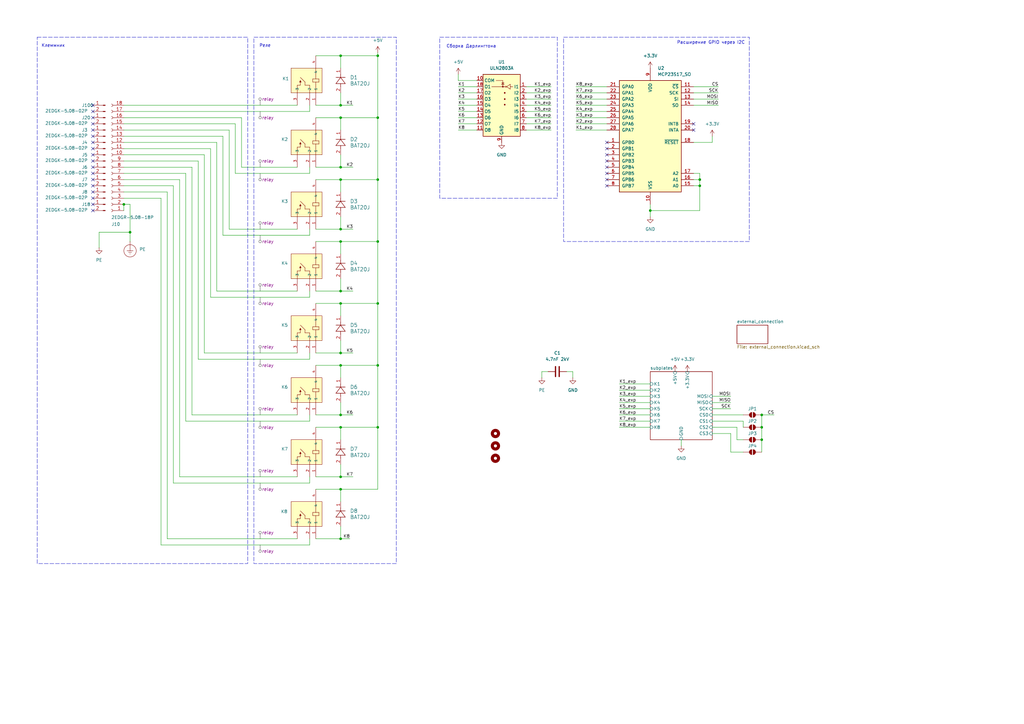
<source format=kicad_sch>
(kicad_sch (version 20231120) (generator "eeschema") (generator_version "8.0")
  (paper "A3")
  (title_block (title "${article} v${version}") (date "2024-05-29") (comment 2 "Konstantin"))
  (junction (at 287.02 73.66))
  (junction (at 154.94 175.26))
  (junction (at 266.7 86.36))
  (junction (at 154.94 149.86))
  (junction (at 139.7 68.58))
  (junction (at 139.7 170.18))
  (junction (at 154.94 99.06))
  (junction (at 139.7 119.38))
  (junction (at 53.34 95.25))
  (junction (at 154.94 73.66))
  (junction (at 287.02 76.2))
  (junction (at 139.7 144.78))
  (junction (at 139.7 124.46))
  (junction (at 312.42 180.34))
  (junction (at 139.7 149.86))
  (junction (at 50.8 83.82))
  (junction (at 139.7 73.66))
  (junction (at 139.7 43.18))
  (junction (at 154.94 48.26))
  (junction (at 312.42 170.18))
  (junction (at 139.7 48.26))
  (junction (at 312.42 175.26))
  (junction (at 139.7 220.98))
  (junction (at 154.94 22.86))
  (junction (at 139.7 93.98))
  (junction (at 139.7 99.06))
  (junction (at 139.7 22.86))
  (junction (at 139.7 175.26))
  (junction (at 139.7 200.66))
  (junction (at 139.7 195.58))
  (junction (at 154.94 124.46))
  (no_connect (at 248.92 76.2))
  (no_connect (at 38.1 63.5))
  (no_connect (at 38.1 83.82))
  (no_connect (at 38.1 73.66))
  (no_connect (at 284.48 50.8))
  (no_connect (at 284.48 53.34))
  (no_connect (at 38.1 55.88))
  (no_connect (at 38.1 76.2))
  (no_connect (at 248.92 71.12))
  (no_connect (at 248.92 66.04))
  (no_connect (at 248.92 68.58))
  (no_connect (at 248.92 73.66))
  (no_connect (at 38.1 86.36))
  (no_connect (at 38.1 53.34))
  (no_connect (at 38.1 68.58))
  (no_connect (at 38.1 81.28))
  (no_connect (at 38.1 71.12))
  (no_connect (at 38.1 50.8))
  (no_connect (at 38.1 60.96))
  (no_connect (at 38.1 45.72))
  (no_connect (at 248.92 63.5))
  (no_connect (at 248.92 58.42))
  (no_connect (at 248.92 60.96))
  (no_connect (at 38.1 48.26))
  (no_connect (at 38.1 66.04))
  (no_connect (at 38.1 78.74))
  (no_connect (at 38.1 43.18))
  (no_connect (at 38.1 58.42))
  (wire (pts (xy 139.7 38.1) (xy 139.7 43.18)))
  (wire (pts (xy 287.02 76.2) (xy 284.48 76.2)))
  (wire (pts (xy 236.22 53.34) (xy 248.92 53.34)))
  (wire (pts (xy 236.22 43.18) (xy 248.92 43.18)))
  (wire (pts (xy 127 121.92) (xy 127 119.38)))
  (wire (pts (xy 129.54 124.46) (xy 139.7 124.46)))
  (wire (pts (xy 139.7 165.1) (xy 139.7 170.18)))
  (wire (pts (xy 40.64 95.25) (xy 53.34 95.25)))
  (wire (pts (xy 292.1 177.8) (xy 299.72 177.8)))
  (wire (pts (xy 40.64 101.6) (xy 40.64 95.25)))
  (wire (pts (xy 234.95 154.94) (xy 234.95 152.4)))
  (wire (pts (xy 50.8 53.34) (xy 93.98 53.34)))
  (wire (pts (xy 266.7 86.36) (xy 287.02 86.36)))
  (wire (pts (xy 292.1 167.64) (xy 299.72 167.64)))
  (wire (pts (xy 236.22 38.1) (xy 248.92 38.1)))
  (wire (pts (xy 139.7 93.98) (xy 144.78 93.98)))
  (wire (pts (xy 93.98 93.98) (xy 93.98 53.34)))
  (wire (pts (xy 299.72 185.42) (xy 304.8 185.42)))
  (wire (pts (xy 53.34 83.82) (xy 50.8 83.82)))
  (wire (pts (xy 154.94 99.06) (xy 154.94 73.66)))
  (wire (pts (xy 284.48 35.56) (xy 294.64 35.56)))
  (wire (pts (xy 139.7 144.78) (xy 144.78 144.78)))
  (wire (pts (xy 154.94 149.86) (xy 154.94 175.26)))
  (wire (pts (xy 127 198.12) (xy 127 195.58)))
  (wire (pts (xy 304.8 172.72) (xy 304.8 175.26)))
  (wire (pts (xy 88.9 119.38) (xy 121.92 119.38)))
  (wire (pts (xy 139.7 200.66) (xy 154.94 200.66)))
  (wire (pts (xy 292.1 170.18) (xy 304.8 170.18)))
  (wire (pts (xy 254 157.48) (xy 266.7 157.48)))
  (wire (pts (xy 187.96 33.02) (xy 187.96 30.48)))
  (wire (pts (xy 129.54 68.58) (xy 139.7 68.58)))
  (wire (pts (xy 154.94 22.86) (xy 154.94 48.26)))
  (wire (pts (xy 50.8 68.58) (xy 78.74 68.58)))
  (wire (pts (xy 215.9 40.64) (xy 226.06 40.64)))
  (wire (pts (xy 99.06 48.26) (xy 99.06 68.58)))
  (wire (pts (xy 139.7 22.86) (xy 154.94 22.86)))
  (wire (pts (xy 139.7 175.26) (xy 139.7 180.34)))
  (wire (pts (xy 266.7 83.82) (xy 266.7 86.36)))
  (wire (pts (xy 284.48 38.1) (xy 294.64 38.1)))
  (wire (pts (xy 50.8 43.18) (xy 121.92 43.18)))
  (wire (pts (xy 121.92 68.58) (xy 99.06 68.58)))
  (wire (pts (xy 50.8 45.72) (xy 127 45.72)))
  (wire (pts (xy 86.36 60.96) (xy 86.36 121.92)))
  (wire (pts (xy 254 162.56) (xy 266.7 162.56)))
  (wire (pts (xy 187.96 50.8) (xy 195.58 50.8)))
  (wire (pts (xy 139.7 124.46) (xy 154.94 124.46)))
  (wire (pts (xy 50.8 66.04) (xy 81.28 66.04)))
  (wire (pts (xy 224.79 152.4) (xy 222.25 152.4)))
  (wire (pts (xy 139.7 124.46) (xy 139.7 129.54)))
  (wire (pts (xy 78.74 170.18) (xy 121.92 170.18)))
  (wire (pts (xy 292.1 162.56) (xy 299.72 162.56)))
  (wire (pts (xy 66.04 223.52) (xy 66.04 81.28)))
  (wire (pts (xy 93.98 93.98) (xy 121.92 93.98)))
  (wire (pts (xy 139.7 114.3) (xy 139.7 119.38)))
  (wire (pts (xy 139.7 190.5) (xy 139.7 195.58)))
  (wire (pts (xy 215.9 35.56) (xy 226.06 35.56)))
  (wire (pts (xy 292.1 55.88) (xy 292.1 58.42)))
  (wire (pts (xy 127 93.98) (xy 127 96.52)))
  (wire (pts (xy 139.7 68.58) (xy 144.78 68.58)))
  (wire (pts (xy 215.9 53.34) (xy 226.06 53.34)))
  (wire (pts (xy 187.96 53.34) (xy 195.58 53.34)))
  (wire (pts (xy 83.82 144.78) (xy 121.92 144.78)))
  (wire (pts (xy 129.54 170.18) (xy 139.7 170.18)))
  (wire (pts (xy 195.58 33.02) (xy 187.96 33.02)))
  (wire (pts (xy 304.8 180.34) (xy 302.26 180.34)))
  (wire (pts (xy 187.96 38.1) (xy 195.58 38.1)))
  (wire (pts (xy 139.7 22.86) (xy 139.7 27.94)))
  (wire (pts (xy 86.36 121.92) (xy 127 121.92)))
  (wire (pts (xy 236.22 40.64) (xy 248.92 40.64)))
  (wire (pts (xy 139.7 119.38) (xy 144.78 119.38)))
  (wire (pts (xy 73.66 73.66) (xy 73.66 195.58)))
  (wire (pts (xy 236.22 35.56) (xy 248.92 35.56)))
  (wire (pts (xy 236.22 50.8) (xy 248.92 50.8)))
  (wire (pts (xy 139.7 220.98) (xy 143.51 220.98)))
  (wire (pts (xy 139.7 48.26) (xy 139.7 53.34)))
  (wire (pts (xy 302.26 180.34) (xy 302.26 175.26)))
  (wire (pts (xy 96.52 50.8) (xy 96.52 71.12)))
  (wire (pts (xy 139.7 73.66) (xy 139.7 78.74)))
  (wire (pts (xy 50.8 58.42) (xy 88.9 58.42)))
  (wire (pts (xy 127 172.72) (xy 127 170.18)))
  (wire (pts (xy 187.96 48.26) (xy 195.58 48.26)))
  (wire (pts (xy 68.58 220.98) (xy 68.58 78.74)))
  (wire (pts (xy 139.7 175.26) (xy 154.94 175.26)))
  (wire (pts (xy 292.1 58.42) (xy 284.48 58.42)))
  (wire (pts (xy 71.12 76.2) (xy 50.8 76.2)))
  (wire (pts (xy 292.1 165.1) (xy 299.72 165.1)))
  (wire (pts (xy 88.9 119.38) (xy 88.9 58.42)))
  (wire (pts (xy 154.94 124.46) (xy 154.94 99.06)))
  (wire (pts (xy 222.25 152.4) (xy 222.25 154.94)))
  (wire (pts (xy 284.48 40.64) (xy 294.64 40.64)))
  (wire (pts (xy 129.54 200.66) (xy 139.7 200.66)))
  (wire (pts (xy 284.48 71.12) (xy 287.02 71.12)))
  (wire (pts (xy 236.22 48.26) (xy 248.92 48.26)))
  (wire (pts (xy 50.8 73.66) (xy 73.66 73.66)))
  (wire (pts (xy 254 175.26) (xy 266.7 175.26)))
  (wire (pts (xy 139.7 43.18) (xy 144.78 43.18)))
  (wire (pts (xy 129.54 43.18) (xy 139.7 43.18)))
  (wire (pts (xy 81.28 147.32) (xy 127 147.32)))
  (wire (pts (xy 292.1 172.72) (xy 304.8 172.72)))
  (wire (pts (xy 312.42 180.34) (xy 312.42 185.42)))
  (wire (pts (xy 139.7 215.9) (xy 139.7 220.98)))
  (wire (pts (xy 254 172.72) (xy 266.7 172.72)))
  (wire (pts (xy 91.44 55.88) (xy 91.44 96.52)))
  (wire (pts (xy 129.54 22.86) (xy 139.7 22.86)))
  (wire (pts (xy 129.54 48.26) (xy 139.7 48.26)))
  (wire (pts (xy 78.74 68.58) (xy 78.74 170.18)))
  (wire (pts (xy 284.48 43.18) (xy 294.64 43.18)))
  (wire (pts (xy 154.94 175.26) (xy 154.94 200.66)))
  (wire (pts (xy 187.96 40.64) (xy 195.58 40.64)))
  (wire (pts (xy 139.7 149.86) (xy 139.7 154.94)))
  (wire (pts (xy 254 170.18) (xy 266.7 170.18)))
  (wire (pts (xy 187.96 43.18) (xy 195.58 43.18)))
  (wire (pts (xy 234.95 152.4) (xy 232.41 152.4)))
  (wire (pts (xy 154.94 21.59) (xy 154.94 22.86)))
  (wire (pts (xy 139.7 195.58) (xy 144.78 195.58)))
  (wire (pts (xy 215.9 38.1) (xy 226.06 38.1)))
  (wire (pts (xy 279.4 180.34) (xy 279.4 182.88)))
  (wire (pts (xy 187.96 45.72) (xy 195.58 45.72)))
  (wire (pts (xy 129.54 99.06) (xy 139.7 99.06)))
  (wire (pts (xy 215.9 50.8) (xy 226.06 50.8)))
  (wire (pts (xy 127 43.18) (xy 127 45.72)))
  (wire (pts (xy 129.54 73.66) (xy 139.7 73.66)))
  (wire (pts (xy 50.8 50.8) (xy 96.52 50.8)))
  (wire (pts (xy 312.42 170.18) (xy 317.5 170.18)))
  (wire (pts (xy 299.72 177.8) (xy 299.72 185.42)))
  (wire (pts (xy 139.7 99.06) (xy 139.7 104.14)))
  (wire (pts (xy 287.02 73.66) (xy 287.02 76.2)))
  (wire (pts (xy 266.7 88.9) (xy 266.7 86.36)))
  (wire (pts (xy 312.42 170.18) (xy 312.42 175.26)))
  (wire (pts (xy 215.9 43.18) (xy 226.06 43.18)))
  (wire (pts (xy 76.2 71.12) (xy 50.8 71.12)))
  (wire (pts (xy 139.7 99.06) (xy 154.94 99.06)))
  (wire (pts (xy 91.44 96.52) (xy 127 96.52)))
  (wire (pts (xy 83.82 63.5) (xy 50.8 63.5)))
  (wire (pts (xy 254 165.1) (xy 266.7 165.1)))
  (wire (pts (xy 302.26 175.26) (xy 292.1 175.26)))
  (wire (pts (xy 53.34 95.25) (xy 53.34 99.06)))
  (wire (pts (xy 68.58 220.98) (xy 121.92 220.98)))
  (wire (pts (xy 83.82 144.78) (xy 83.82 63.5)))
  (wire (pts (xy 81.28 66.04) (xy 81.28 147.32)))
  (wire (pts (xy 73.66 195.58) (xy 121.92 195.58)))
  (wire (pts (xy 96.52 71.12) (xy 127 71.12)))
  (wire (pts (xy 139.7 63.5) (xy 139.7 68.58)))
  (wire (pts (xy 139.7 170.18) (xy 144.78 170.18)))
  (wire (pts (xy 287.02 71.12) (xy 287.02 73.66)))
  (wire (pts (xy 50.8 60.96) (xy 86.36 60.96)))
  (wire (pts (xy 50.8 78.74) (xy 68.58 78.74)))
  (wire (pts (xy 139.7 200.66) (xy 139.7 205.74)))
  (wire (pts (xy 50.8 81.28) (xy 66.04 81.28)))
  (wire (pts (xy 154.94 48.26) (xy 154.94 73.66)))
  (wire (pts (xy 127 68.58) (xy 127 71.12)))
  (wire (pts (xy 129.54 149.86) (xy 139.7 149.86)))
  (wire (pts (xy 139.7 48.26) (xy 154.94 48.26)))
  (wire (pts (xy 129.54 144.78) (xy 139.7 144.78)))
  (wire (pts (xy 287.02 76.2) (xy 287.02 86.36)))
  (wire (pts (xy 53.34 95.25) (xy 53.34 83.82)))
  (wire (pts (xy 71.12 198.12) (xy 127 198.12)))
  (wire (pts (xy 129.54 220.98) (xy 139.7 220.98)))
  (wire (pts (xy 139.7 139.7) (xy 139.7 144.78)))
  (wire (pts (xy 236.22 45.72) (xy 248.92 45.72)))
  (wire (pts (xy 154.94 124.46) (xy 154.94 149.86)))
  (wire (pts (xy 71.12 198.12) (xy 71.12 76.2)))
  (wire (pts (xy 139.7 73.66) (xy 154.94 73.66)))
  (wire (pts (xy 129.54 175.26) (xy 139.7 175.26)))
  (wire (pts (xy 254 160.02) (xy 266.7 160.02)))
  (wire (pts (xy 215.9 48.26) (xy 226.06 48.26)))
  (wire (pts (xy 139.7 149.86) (xy 154.94 149.86)))
  (wire (pts (xy 187.96 35.56) (xy 195.58 35.56)))
  (wire (pts (xy 215.9 45.72) (xy 226.06 45.72)))
  (wire (pts (xy 284.48 73.66) (xy 287.02 73.66)))
  (wire (pts (xy 312.42 175.26) (xy 312.42 180.34)))
  (wire (pts (xy 127 144.78) (xy 127 147.32)))
  (wire (pts (xy 66.04 223.52) (xy 127 223.52)))
  (wire (pts (xy 76.2 172.72) (xy 127 172.72)))
  (wire (pts (xy 50.8 55.88) (xy 91.44 55.88)))
  (wire (pts (xy 129.54 195.58) (xy 139.7 195.58)))
  (wire (pts (xy 254 167.64) (xy 266.7 167.64)))
  (wire (pts (xy 129.54 93.98) (xy 139.7 93.98)))
  (wire (pts (xy 139.7 88.9) (xy 139.7 93.98)))
  (wire (pts (xy 129.54 119.38) (xy 139.7 119.38)))
  (wire (pts (xy 99.06 48.26) (xy 50.8 48.26)))
  (wire (pts (xy 76.2 172.72) (xy 76.2 71.12)))
  (wire (pts (xy 127 223.52) (xy 127 220.98)))
  (wire (pts (xy 50.8 83.82) (xy 50.8 86.36)))
  (rectangle (start 231.14 15.24) (end 307.34 99.06) (stroke (width 0) (type dash)))
  (rectangle (start 104.14 15.24) (end 162.56 231.14) (stroke (width 0) (type dash)))
  (rectangle (start 15.24 15.24) (end 101.6 231.14) (stroke (width 0) (type dash)))
  (rectangle (start 180.34 15.24) (end 228.6 81.28) (stroke (width 0) (type dash)))
  (text "Расширение GPIO через I2C" (at 291.592 17.526 0) (effects (font (size 1.27 1.27))))
  (text "Реле" (at 108.712 18.796 0) (effects (font (size 1.27 1.27))))
  (text "Сборка Дарлингтона" (at 193.294 19.05 0) (effects (font (size 1.27 1.27))))
  (text "Клеммник" (at 21.844 18.796 0) (effects (font (size 1.27 1.27))))
  (label "K4_exp" (at 254 165.1 0))
  (label "K7_exp" (at 254 172.72 0))
  (label "K6_exp" (at 236.22 40.64 0))
  (label "MISO" (at 294.64 43.18 180))
  (label "K8_exp" (at 254 175.26 0))
  (label "K5_exp" (at 236.22 43.18 0))
  (label "K4_exp" (at 226.06 43.18 180))
  (label "K2_exp" (at 236.22 50.8 0))
  (label "K2" (at 144.78 68.58 180))
  (label "K3_exp" (at 226.06 40.64 180))
  (label "K4" (at 144.78 119.38 180))
  (label "K3" (at 144.78 93.98 180))
  (label "K1" (at 187.96 35.56 0))
  (label "SCK" (at 299.72 167.64 180))
  (label "K2_exp" (at 254 160.02 0))
  (label "CS" (at 317.5 170.18 180))
  (label "K1_exp" (at 254 157.48 0))
  (label "K8_exp" (at 226.06 53.34 180))
  (label "K2_exp" (at 226.06 38.1 180))
  (label "K7_exp" (at 236.22 38.1 0))
  (label "K3_exp" (at 254 162.56 0))
  (label "K5_exp" (at 254 167.64 0))
  (label "MISO" (at 299.72 165.1 180))
  (label "K8" (at 143.51 220.98 180))
  (label "K2" (at 187.96 38.1 0))
  (label "K4_exp" (at 236.22 45.72 0))
  (label "K7" (at 187.96 50.8 0))
  (label "K3_exp" (at 236.22 48.26 0))
  (label "K1_exp" (at 236.22 53.34 0))
  (label "SCK" (at 294.64 38.1 180))
  (label "K6" (at 187.96 48.26 0))
  (label "MOSI" (at 299.72 162.56 180))
  (label "K6_exp" (at 254 170.18 0))
  (label "K6" (at 144.78 170.18 180))
  (label "K1" (at 144.78 43.18 180))
  (label "K8" (at 187.96 53.34 0))
  (label "K5" (at 187.96 45.72 0))
  (label "K3" (at 187.96 40.64 0))
  (label "K6_exp" (at 226.06 48.26 180))
  (label "K5" (at 144.78 144.78 180))
  (label "K7_exp" (at 226.06 50.8 180))
  (label "K4" (at 187.96 43.18 0))
  (label "CS" (at 294.64 35.56 180))
  (label "K7" (at 144.78 195.58 180))
  (label "MOSI" (at 294.64 40.64 180))
  (label "K1_exp" (at 226.06 35.56 180))
  (label "K5_exp" (at 226.06 45.72 180))
  (label "K8_exp" (at 236.22 35.56 0))
  (netclass_flag "" (length 2.54) (shape round) (at 106.68 147.32 180) (property "Netclass" "relay" (at 107.3785 149.86 0) (effects (font (italic yes)) (justify left))))
  (netclass_flag "" (length 2.54) (shape round) (at 106.68 144.78 0) (property "Netclass" "relay" (at 107.3785 142.24 0) (effects (font (italic yes)) (justify left))))
  (netclass_flag "" (length 2.54) (shape round) (at 106.68 43.18 0) (property "Netclass" "relay" (at 107.3785 40.64 0) (effects (font (italic yes)) (justify left))))
  (netclass_flag "" (length 2.54) (shape round) (at 106.68 45.72 180) (property "Netclass" "relay" (at 107.3785 48.26 0) (effects (font (italic yes)) (justify left))))
  (netclass_flag "" (length 2.54) (shape round) (at 106.68 195.58 0) (property "Netclass" "relay" (at 107.3785 193.04 0) (effects (font (italic yes)) (justify left))))
  (netclass_flag "" (length 2.54) (shape round) (at 106.68 170.18 0) (property "Netclass" "relay" (at 107.3785 167.64 0) (effects (font (italic yes)) (justify left))))
  (netclass_flag "" (length 2.54) (shape round) (at 106.68 198.12 180) (property "Netclass" "relay" (at 107.3785 200.66 0) (effects (font (italic yes)) (justify left))))
  (netclass_flag "" (length 2.54) (shape round) (at 106.68 68.58 0) (property "Netclass" "relay" (at 107.3785 66.04 0) (effects (font (italic yes)) (justify left))))
  (netclass_flag "" (length 2.54) (shape round) (at 106.68 121.92 180) (property "Netclass" "relay" (at 107.3785 124.46 0) (effects (font (italic yes)) (justify left))))
  (netclass_flag "" (length 2.54) (shape round) (at 106.68 220.98 0) (property "Netclass" "relay" (at 107.3785 218.44 0) (effects (font (italic yes)) (justify left))))
  (netclass_flag "" (length 2.54) (shape round) (at 106.68 93.98 0) (property "Netclass" "relay" (at 107.3785 91.44 0) (effects (font (italic yes)) (justify left))))
  (netclass_flag "" (length 2.54) (shape round) (at 106.68 96.52 180) (property "Netclass" "relay" (at 107.3785 99.06 0) (effects (font (italic yes)) (justify left))))
  (netclass_flag "" (length 2.54) (shape round) (at 106.68 172.72 180) (property "Netclass" "relay" (at 107.3785 175.26 0) (effects (font (italic yes)) (justify left))))
  (netclass_flag "" (length 2.54) (shape round) (at 106.68 119.38 0) (property "Netclass" "relay" (at 107.3785 116.84 0) (effects (font (italic yes)) (justify left))))
  (netclass_flag "" (length 2.54) (shape round) (at 106.68 223.52 180) (property "Netclass" "relay" (at 107.3785 226.06 0) (effects (font (italic yes)) (justify left))))
  (netclass_flag "" (length 2.54) (shape round) (at 106.68 71.12 180) (property "Netclass" "relay" (at 107.3785 73.66 0) (effects (font (italic yes)) (justify left))))
  (symbol (lib_id "kicad_inventree_lib:PE") (at 53.34 99.06 0) (unit 1) (in_bom no)
    (property "Reference" "PE1" (effects (hide yes)))
    (property "Value" "PE" (at 57.15 102.2349 0) (effects (justify left)))
    (property "Footprint" "kicad_inventree_lib:PE" (effects (hide yes)))
    (property "Description" "Power symbol creates a global label with name \"Earth_Protective\"" (effects (hide yes)))
  )
  (symbol (lib_id "kicad_inventree_lib:MountingHole_M3") (at 203.2 182.88 0) (unit 1) (exclude_from_sim yes) (in_bom no)
    (property "Reference" "H2" (effects (hide yes)))
    (property "Value" "MountingHole_M3" (effects (hide yes)))
    (property "Footprint" "kicad_inventree_lib:MountingHole_M3" (effects (hide yes)))
    (property "Description" "Mounting Hole without connection" (effects (hide yes)))
  )
  (symbol (lib_id "kicad_inventree_lib:BAT20J") (at 139.7 63.5 90) (unit 1)
    (property "Reference" "D2" (at 143.51 57.1499 90) (effects (font (size 1.524 1.524)) (justify right)))
    (property "Value" "BAT20J" (at 143.51 59.6899 90) (effects (font (size 1.524 1.524)) (justify right)))
    (property "Footprint" "kicad_inventree_lib:SOD-323_STM-M" (effects (hide yes)))
    (property "Datasheet" "http://inventree.network/part/133/" (effects (hide yes)))
    (property "part_ipn" "BAT20J" (effects (hide yes)))
  )
  (symbol (lib_id "kicad_inventree_lib:G5NB-1A-E-DC5") (at 129.54 147.32 270) (mirror x) (unit 1)
    (property "Reference" "K5" (at 118.11 133.3499 90) (effects (justify right)))
    (property "Value" "G5NB-1A-E-DC5" (effects (hide yes)))
    (property "Footprint" "kicad_inventree_lib:G5NB-1A-E_DC12_RELAY_G5NB-1A_DC5_OMR" (effects (hide yes)))
    (property "Datasheet" "http://inventree.network/part/14/" (effects (hide yes)))
    (property "MF" "Omron Electronics Inc-EMC Div" (effects (hide yes)))
    (property "Description_1" "\nPower PCB Relay, 3A/5A, SPST-NO, 12 VDC, G5NB Series | Omron Electronic Components G5NB-1A-E DC12\n" (effects (hide yes)))
    (property "COPYRIGHT" "Copyright (C) 2023 Ultra Librarian. All rights reserved." (effects (hide yes)))
    (property "Package" "None" (effects (hide yes)))
    (property "Price" "None" (effects (hide yes)))
    (property "Check_prices" "https://www.snapeda.com/parts/G5NB-1A-E%20DC12/Omron+Electronics+Inc-EMC+Div/view-part/?ref=eda" (effects (hide yes)))
    (property "Availability" "In Stock" (effects (hide yes)))
    (property "SnapEDA_Link" "https://www.snapeda.com/parts/G5NB-1A-E%20DC12/Omron+Electronics+Inc-EMC+Div/view-part/?ref=snap" (effects (hide yes)))
    (property "MP" "G5NB-1A-E DC12" (effects (hide yes)))
    (property "Purchase-URL" "https://www.snapeda.com/api/url_track_click_mouser/?unipart_id=3078279&manufacturer=Omron Electronics Inc-EMC Div&part_name=G5NB-1A-E DC12&search_term=g5nb" (effects (hide yes)))
    (property "MFR_NAME" "Omron" (effects (hide yes)))
    (property "MANUFACTURER_PART_NUMBER" "G5NB-1A-E DC12" (effects (hide yes)))
    (property "NextPCB_url" "https://www.hqonline.com/product-detail/oumulong-omron--g5nb-1a-e-5vdc-1025587015" (effects (hide yes)))
    (property "NextPCB_price" "0.88519" (effects (hide yes)))
    (property "part_ipn" "G5NB-1A-E-DC5" (effects (hide yes)))
  )
  (symbol (lib_id "kicad_inventree_lib:G5NB-1A-E-DC5") (at 129.54 96.52 270) (mirror x) (unit 1)
    (property "Reference" "K3" (at 118.11 82.5499 90) (effects (justify right)))
    (property "Value" "G5NB-1A-E-DC5" (effects (hide yes)))
    (property "Footprint" "kicad_inventree_lib:G5NB-1A-E_DC12_RELAY_G5NB-1A_DC5_OMR" (effects (hide yes)))
    (property "Datasheet" "http://inventree.network/part/14/" (effects (hide yes)))
    (property "MF" "Omron Electronics Inc-EMC Div" (effects (hide yes)))
    (property "Description_1" "\nPower PCB Relay, 3A/5A, SPST-NO, 12 VDC, G5NB Series | Omron Electronic Components G5NB-1A-E DC12\n" (effects (hide yes)))
    (property "COPYRIGHT" "Copyright (C) 2023 Ultra Librarian. All rights reserved." (effects (hide yes)))
    (property "Package" "None" (effects (hide yes)))
    (property "Price" "None" (effects (hide yes)))
    (property "Check_prices" "https://www.snapeda.com/parts/G5NB-1A-E%20DC12/Omron+Electronics+Inc-EMC+Div/view-part/?ref=eda" (effects (hide yes)))
    (property "Availability" "In Stock" (effects (hide yes)))
    (property "SnapEDA_Link" "https://www.snapeda.com/parts/G5NB-1A-E%20DC12/Omron+Electronics+Inc-EMC+Div/view-part/?ref=snap" (effects (hide yes)))
    (property "MP" "G5NB-1A-E DC12" (effects (hide yes)))
    (property "Purchase-URL" "https://www.snapeda.com/api/url_track_click_mouser/?unipart_id=3078279&manufacturer=Omron Electronics Inc-EMC Div&part_name=G5NB-1A-E DC12&search_term=g5nb" (effects (hide yes)))
    (property "MFR_NAME" "Omron" (effects (hide yes)))
    (property "MANUFACTURER_PART_NUMBER" "G5NB-1A-E DC12" (effects (hide yes)))
    (property "NextPCB_url" "https://www.hqonline.com/product-detail/oumulong-omron--g5nb-1a-e-5vdc-1025587015" (effects (hide yes)))
    (property "NextPCB_price" "0.88519" (effects (hide yes)))
    (property "part_ipn" "G5NB-1A-E-DC5" (effects (hide yes)))
  )
  (symbol (lib_id "kicad_inventree_lib:G5NB-1A-E-DC5") (at 129.54 223.52 270) (mirror x) (unit 1)
    (property "Reference" "K8" (at 116.586 209.804 90))
    (property "Value" "G5NB-1A-E-DC5" (effects (hide yes)))
    (property "Footprint" "kicad_inventree_lib:G5NB-1A-E_DC12_RELAY_G5NB-1A_DC5_OMR" (effects (hide yes)))
    (property "Datasheet" "http://inventree.network/part/14/" (effects (hide yes)))
    (property "MF" "Omron Electronics Inc-EMC Div" (effects (hide yes)))
    (property "Description_1" "\nPower PCB Relay, 3A/5A, SPST-NO, 12 VDC, G5NB Series | Omron Electronic Components G5NB-1A-E DC12\n" (effects (hide yes)))
    (property "COPYRIGHT" "Copyright (C) 2023 Ultra Librarian. All rights reserved." (effects (hide yes)))
    (property "Package" "None" (effects (hide yes)))
    (property "Price" "None" (effects (hide yes)))
    (property "Check_prices" "https://www.snapeda.com/parts/G5NB-1A-E%20DC12/Omron+Electronics+Inc-EMC+Div/view-part/?ref=eda" (effects (hide yes)))
    (property "Availability" "In Stock" (effects (hide yes)))
    (property "SnapEDA_Link" "https://www.snapeda.com/parts/G5NB-1A-E%20DC12/Omron+Electronics+Inc-EMC+Div/view-part/?ref=snap" (effects (hide yes)))
    (property "MP" "G5NB-1A-E DC12" (effects (hide yes)))
    (property "Purchase-URL" "https://www.snapeda.com/api/url_track_click_mouser/?unipart_id=3078279&manufacturer=Omron Electronics Inc-EMC Div&part_name=G5NB-1A-E DC12&search_term=g5nb" (effects (hide yes)))
    (property "MFR_NAME" "Omron" (effects (hide yes)))
    (property "MANUFACTURER_PART_NUMBER" "G5NB-1A-E DC12" (effects (hide yes)))
    (property "NextPCB_url" "https://www.hqonline.com/product-detail/oumulong-omron--g5nb-1a-e-5vdc-1025587015" (effects (hide yes)))
    (property "NextPCB_price" "0.88519" (effects (hide yes)))
    (property "part_ipn" "G5NB-1A-E-DC5" (effects (hide yes)))
  )
  (symbol (lib_id "kicad_inventree_lib:Degson_2EDGK-5.08-02P") (at 38.1 68.58 0) (mirror y) (unit 1) (on_board no)
    (property "Reference" "J6" (at 33.528 68.58 0) (effects (justify right)))
    (property "Value" "2EDGK-5.08-02P" (at 18.542 70.866 0) (effects (justify right)))
    (property "Datasheet" "http://inventree.network/part/18/" (effects (hide yes)))
    (property "Description" "Generic connector, single row, 01x02, script generated" (effects (hide yes)))
    (property "NextPCB_url" "https://www.hqonline.com/product-detail/max-maixu--mx2edgk-5-08-02p-gn01-cu-y-a-1027943030" (effects (hide yes)))
    (property "NextPCB_price" "0.11828" (effects (hide yes)))
    (property "part_ipn" "2EDGK-5.08-02P" (effects (hide yes)))
  )
  (symbol (lib_id "kicad_inventree_lib:BAT20J") (at 139.7 165.1 90) (unit 1)
    (property "Reference" "D6" (at 143.51 158.7499 90) (effects (font (size 1.524 1.524)) (justify right)))
    (property "Value" "BAT20J" (at 143.51 161.2899 90) (effects (font (size 1.524 1.524)) (justify right)))
    (property "Footprint" "kicad_inventree_lib:SOD-323_STM-M" (effects (hide yes)))
    (property "Datasheet" "http://inventree.network/part/133/" (effects (hide yes)))
    (property "part_ipn" "BAT20J" (effects (hide yes)))
  )
  (symbol (lib_id "kicad_inventree_lib:Degson_2EDGK-5.08-02P") (at 38.1 48.26 0) (mirror y) (unit 1) (on_board no)
    (property "Reference" "J20" (at 33.528 48.26 0) (effects (justify right)))
    (property "Value" "2EDGK-5.08-02P" (at 18.542 50.546 0) (effects (justify right)))
    (property "Datasheet" "http://inventree.network/part/18/" (effects (hide yes)))
    (property "Description" "Generic connector, single row, 01x02, script generated" (effects (hide yes)))
    (property "NextPCB_url" "https://www.hqonline.com/product-detail/max-maixu--mx2edgk-5-08-02p-gn01-cu-y-a-1027943030" (effects (hide yes)))
    (property "NextPCB_price" "0.11828" (effects (hide yes)))
    (property "part_ipn" "2EDGK-5.08-02P" (effects (hide yes)))
  )
  (symbol (lib_id "Jumper:SolderJumper_2_Open") (at 308.61 175.26 0) (unit 1) (exclude_from_sim yes) (in_bom no)
    (property "Reference" "JP2" (at 308.61 172.72 0))
    (property "Value" "SolderJumper_2_Open" (effects (hide yes)))
    (property "Footprint" "Jumper:SolderJumper-2_P1.3mm_Open_RoundedPad1.0x1.5mm" (effects (hide yes)))
    (property "Description" "Solder Jumper, 2-pole, open" (effects (hide yes)))
  )
  (symbol (lib_id "kicad_inventree_lib:Degson_2EDGK-5.08-02P") (at 38.1 43.18 0) (mirror y) (unit 1) (on_board no)
    (property "Reference" "J100" (at 33.528 43.18 0) (effects (justify right)))
    (property "Value" "2EDGK-5.08-02P" (at 18.542 45.466 0) (effects (justify right)))
    (property "Datasheet" "http://inventree.network/part/18/" (effects (hide yes)))
    (property "Description" "Generic connector, single row, 01x02, script generated" (effects (hide yes)))
    (property "NextPCB_url" "https://www.hqonline.com/product-detail/max-maixu--mx2edgk-5-08-02p-gn01-cu-y-a-1027943030" (effects (hide yes)))
    (property "NextPCB_price" "0.11828" (effects (hide yes)))
    (property "part_ipn" "2EDGK-5.08-02P" (effects (hide yes)))
  )
  (symbol (lib_id "kicad_inventree_lib:MountingHole_M3") (at 203.2 177.8 0) (unit 1) (exclude_from_sim yes) (in_bom no)
    (property "Reference" "H1" (effects (hide yes)))
    (property "Value" "MountingHole_M3" (effects (hide yes)))
    (property "Footprint" "kicad_inventree_lib:MountingHole_M3" (effects (hide yes)))
    (property "Description" "Mounting Hole without connection" (effects (hide yes)))
  )
  (symbol (lib_id "Jumper:SolderJumper_2_Open") (at 308.61 180.34 0) (unit 1) (exclude_from_sim yes) (in_bom no)
    (property "Reference" "JP3" (at 308.61 177.8 0))
    (property "Value" "SolderJumper_2_Open" (effects (hide yes)))
    (property "Footprint" "Jumper:SolderJumper-2_P1.3mm_Open_RoundedPad1.0x1.5mm" (effects (hide yes)))
    (property "Description" "Solder Jumper, 2-pole, open" (effects (hide yes)))
  )
  (symbol (lib_id "kicad_inventree_lib:ULN2803A") (at 205.74 40.64 0) (mirror y) (unit 1)
    (property "Reference" "U1" (at 205.74 25.4 0))
    (property "Value" "ULN2803A" (at 205.74 27.94 0))
    (property "Footprint" "NextPCB:ULN2803A" (effects (hide yes)))
    (property "Datasheet" "http://inventree.network/part/16/" (effects (hide yes)))
    (property "Description" "Darlington Transistor Arrays, SOIC18/DIP18" (effects (hide yes)))
    (property "NextPCB_url" "https://www.hqonline.com/product-detail/darlington-triodes-umw-uln2803a-1012648161" (effects (hide yes)))
    (property "NextPCB_price" "0.08449" (effects (hide yes)))
    (property "part_ipn" "ULN2803A" (effects (hide yes)))
  )
  (symbol (lib_id "power:+5V") (at 276.86 152.4 0) (unit 1)
    (property "Reference" "#PWR04" (effects (hide yes)))
    (property "Value" "+5V" (at 276.86 147.32 0))
    (property "Description" "Power symbol creates a global label with name \"+5V\"" (effects (hide yes)))
  )
  (symbol (lib_id "kicad_inventree_lib:G5NB-1A-E-DC5") (at 129.54 71.12 270) (mirror x) (unit 1)
    (property "Reference" "K2" (at 118.11 57.1499 90) (effects (justify right)))
    (property "Value" "G5NB-1A-E-DC5" (effects (hide yes)))
    (property "Footprint" "kicad_inventree_lib:G5NB-1A-E_DC12_RELAY_G5NB-1A_DC5_OMR" (effects (hide yes)))
    (property "Datasheet" "http://inventree.network/part/14/" (effects (hide yes)))
    (property "MF" "Omron Electronics Inc-EMC Div" (effects (hide yes)))
    (property "Description_1" "\nPower PCB Relay, 3A/5A, SPST-NO, 12 VDC, G5NB Series | Omron Electronic Components G5NB-1A-E DC12\n" (effects (hide yes)))
    (property "COPYRIGHT" "Copyright (C) 2023 Ultra Librarian. All rights reserved." (effects (hide yes)))
    (property "Package" "None" (effects (hide yes)))
    (property "Price" "None" (effects (hide yes)))
    (property "Check_prices" "https://www.snapeda.com/parts/G5NB-1A-E%20DC12/Omron+Electronics+Inc-EMC+Div/view-part/?ref=eda" (effects (hide yes)))
    (property "Availability" "In Stock" (effects (hide yes)))
    (property "SnapEDA_Link" "https://www.snapeda.com/parts/G5NB-1A-E%20DC12/Omron+Electronics+Inc-EMC+Div/view-part/?ref=snap" (effects (hide yes)))
    (property "MP" "G5NB-1A-E DC12" (effects (hide yes)))
    (property "Purchase-URL" "https://www.snapeda.com/api/url_track_click_mouser/?unipart_id=3078279&manufacturer=Omron Electronics Inc-EMC Div&part_name=G5NB-1A-E DC12&search_term=g5nb" (effects (hide yes)))
    (property "MFR_NAME" "Omron" (effects (hide yes)))
    (property "MANUFACTURER_PART_NUMBER" "G5NB-1A-E DC12" (effects (hide yes)))
    (property "NextPCB_url" "https://www.hqonline.com/product-detail/oumulong-omron--g5nb-1a-e-5vdc-1025587015" (effects (hide yes)))
    (property "NextPCB_price" "0.88519" (effects (hide yes)))
    (property "part_ipn" "G5NB-1A-E-DC5" (effects (hide yes)))
  )
  (symbol (lib_id "power:+5V") (at 292.1 55.88 0) (unit 1)
    (property "Reference" "#PWR09" (effects (hide yes)))
    (property "Value" "+3.3V" (at 292.1 50.8 0))
    (property "Description" "Power symbol creates a global label with name \"+5V\"" (effects (hide yes)))
  )
  (symbol (lib_id "power:+5V") (at 281.94 152.4 0) (unit 1)
    (property "Reference" "#PWR05" (effects (hide yes)))
    (property "Value" "+3.3V" (at 281.94 147.32 0))
    (property "Description" "Power symbol creates a global label with name \"+5V\"" (effects (hide yes)))
  )
  (symbol (lib_id "kicad_inventree_lib:G5NB-1A-E-DC5") (at 129.54 121.92 270) (mirror x) (unit 1)
    (property "Reference" "K4" (at 118.11 107.9499 90) (effects (justify right)))
    (property "Value" "G5NB-1A-E-DC5" (effects (hide yes)))
    (property "Footprint" "kicad_inventree_lib:G5NB-1A-E_DC12_RELAY_G5NB-1A_DC5_OMR" (effects (hide yes)))
    (property "Datasheet" "http://inventree.network/part/14/" (effects (hide yes)))
    (property "MF" "Omron Electronics Inc-EMC Div" (effects (hide yes)))
    (property "Description_1" "\nPower PCB Relay, 3A/5A, SPST-NO, 12 VDC, G5NB Series | Omron Electronic Components G5NB-1A-E DC12\n" (effects (hide yes)))
    (property "COPYRIGHT" "Copyright (C) 2023 Ultra Librarian. All rights reserved." (effects (hide yes)))
    (property "Package" "None" (effects (hide yes)))
    (property "Price" "None" (effects (hide yes)))
    (property "Check_prices" "https://www.snapeda.com/parts/G5NB-1A-E%20DC12/Omron+Electronics+Inc-EMC+Div/view-part/?ref=eda" (effects (hide yes)))
    (property "Availability" "In Stock" (effects (hide yes)))
    (property "SnapEDA_Link" "https://www.snapeda.com/parts/G5NB-1A-E%20DC12/Omron+Electronics+Inc-EMC+Div/view-part/?ref=snap" (effects (hide yes)))
    (property "MP" "G5NB-1A-E DC12" (effects (hide yes)))
    (property "Purchase-URL" "https://www.snapeda.com/api/url_track_click_mouser/?unipart_id=3078279&manufacturer=Omron Electronics Inc-EMC Div&part_name=G5NB-1A-E DC12&search_term=g5nb" (effects (hide yes)))
    (property "MFR_NAME" "Omron" (effects (hide yes)))
    (property "MANUFACTURER_PART_NUMBER" "G5NB-1A-E DC12" (effects (hide yes)))
    (property "NextPCB_url" "https://www.hqonline.com/product-detail/oumulong-omron--g5nb-1a-e-5vdc-1025587015" (effects (hide yes)))
    (property "NextPCB_price" "0.88519" (effects (hide yes)))
    (property "part_ipn" "G5NB-1A-E-DC5" (effects (hide yes)))
  )
  (symbol (lib_id "kicad_inventree_lib:G5NB-1A-E-DC5") (at 129.54 45.72 270) (mirror x) (unit 1)
    (property "Reference" "K1" (at 115.824 32.258 90) (effects (justify left)))
    (property "Value" "G5NB-1A-E-DC5" (effects (hide yes)))
    (property "Footprint" "kicad_inventree_lib:G5NB-1A-E_DC12_RELAY_G5NB-1A_DC5_OMR" (effects (hide yes)))
    (property "Datasheet" "http://inventree.network/part/14/" (effects (hide yes)))
    (property "MF" "Omron Electronics Inc-EMC Div" (effects (hide yes)))
    (property "Description_1" "\nPower PCB Relay, 3A/5A, SPST-NO, 12 VDC, G5NB Series | Omron Electronic Components G5NB-1A-E DC12\n" (effects (hide yes)))
    (property "COPYRIGHT" "Copyright (C) 2023 Ultra Librarian. All rights reserved." (effects (hide yes)))
    (property "Package" "None" (effects (hide yes)))
    (property "Price" "None" (effects (hide yes)))
    (property "Check_prices" "https://www.snapeda.com/parts/G5NB-1A-E%20DC12/Omron+Electronics+Inc-EMC+Div/view-part/?ref=eda" (effects (hide yes)))
    (property "Availability" "In Stock" (effects (hide yes)))
    (property "SnapEDA_Link" "https://www.snapeda.com/parts/G5NB-1A-E%20DC12/Omron+Electronics+Inc-EMC+Div/view-part/?ref=snap" (effects (hide yes)))
    (property "MP" "G5NB-1A-E DC12" (effects (hide yes)))
    (property "Purchase-URL" "https://www.snapeda.com/api/url_track_click_mouser/?unipart_id=3078279&manufacturer=Omron Electronics Inc-EMC Div&part_name=G5NB-1A-E DC12&search_term=g5nb" (effects (hide yes)))
    (property "MFR_NAME" "Omron" (effects (hide yes)))
    (property "MANUFACTURER_PART_NUMBER" "G5NB-1A-E DC12" (effects (hide yes)))
    (property "NextPCB_url" "https://www.hqonline.com/product-detail/oumulong-omron--g5nb-1a-e-5vdc-1025587015" (effects (hide yes)))
    (property "NextPCB_price" "0.88519" (effects (hide yes)))
    (property "part_ipn" "G5NB-1A-E-DC5" (effects (hide yes)))
  )
  (symbol (lib_id "kicad_inventree_lib:Degson_2EDGK-5.08-02P") (at 38.1 53.34 0) (mirror y) (unit 1) (on_board no)
    (property "Reference" "J3" (at 33.528 53.34 0) (effects (justify right)))
    (property "Value" "2EDGK-5.08-02P" (at 18.542 55.626 0) (effects (justify right)))
    (property "Datasheet" "http://inventree.network/part/18/" (effects (hide yes)))
    (property "Description" "Generic connector, single row, 01x02, script generated" (effects (hide yes)))
    (property "NextPCB_url" "https://www.hqonline.com/product-detail/max-maixu--mx2edgk-5-08-02p-gn01-cu-y-a-1027943030" (effects (hide yes)))
    (property "NextPCB_price" "0.11828" (effects (hide yes)))
    (property "part_ipn" "2EDGK-5.08-02P" (effects (hide yes)))
  )
  (symbol (lib_id "power:+5V") (at 266.7 27.94 0) (unit 1)
    (property "Reference" "#PWR011" (effects (hide yes)))
    (property "Value" "+3.3V" (at 266.7 22.86 0))
    (property "Description" "Power symbol creates a global label with name \"+5V\"" (effects (hide yes)))
  )
  (symbol (lib_id "kicad_inventree_lib:Degson_2EDGR-5.08-18P") (at 45.72 86.36 180) (unit 1)
    (property "Reference" "J10" (at 47.498 91.948 0))
    (property "Value" "2EDGR-5.08-18P" (at 54.356 89.154 0))
    (property "Footprint" "NextPCB:Degson_2EDGR-5.08-18P" (effects (hide yes)))
    (property "Datasheet" "http://inventree.network/part/19/" (effects (hide yes)))
    (property "Description" "01x18" (effects (hide yes)))
    (property "NextPCB_url" "https://www.hqonline.com/product-detail/terminal-blocks-kangnex-wj2edgr-5-08-18p-2500349376" (effects (hide yes)))
    (property "NextPCB_price" "0.17085" (effects (hide yes)))
    (property "part_ipn" "2EDGR-5.08-18P" (effects (hide yes)))
  )
  (symbol (lib_id "power:GND") (at 279.4 182.88 0) (unit 1)
    (property "Reference" "#PWR01" (effects (hide yes)))
    (property "Value" "GND" (at 279.4 187.96 0))
    (property "Description" "Power symbol creates a global label with name \"GND\" , ground" (effects (hide yes)))
  )
  (symbol (lib_id "kicad_inventree_lib:BAT20J") (at 139.7 88.9 90) (unit 1)
    (property "Reference" "D3" (at 143.51 82.5499 90) (effects (font (size 1.524 1.524)) (justify right)))
    (property "Value" "BAT20J" (at 143.51 85.0899 90) (effects (font (size 1.524 1.524)) (justify right)))
    (property "Footprint" "kicad_inventree_lib:SOD-323_STM-M" (effects (hide yes)))
    (property "Datasheet" "http://inventree.network/part/133/" (effects (hide yes)))
    (property "part_ipn" "BAT20J" (effects (hide yes)))
  )
  (symbol (lib_id "kicad_inventree_lib:G5NB-1A-E-DC5") (at 129.54 172.72 270) (mirror x) (unit 1)
    (property "Reference" "K6" (at 118.11 158.7499 90) (effects (justify right)))
    (property "Value" "G5NB-1A-E-DC5" (effects (hide yes)))
    (property "Footprint" "kicad_inventree_lib:G5NB-1A-E_DC12_RELAY_G5NB-1A_DC5_OMR" (effects (hide yes)))
    (property "Datasheet" "http://inventree.network/part/14/" (effects (hide yes)))
    (property "MF" "Omron Electronics Inc-EMC Div" (effects (hide yes)))
    (property "Description_1" "\nPower PCB Relay, 3A/5A, SPST-NO, 12 VDC, G5NB Series | Omron Electronic Components G5NB-1A-E DC12\n" (effects (hide yes)))
    (property "COPYRIGHT" "Copyright (C) 2023 Ultra Librarian. All rights reserved." (effects (hide yes)))
    (property "Package" "None" (effects (hide yes)))
    (property "Price" "None" (effects (hide yes)))
    (property "Check_prices" "https://www.snapeda.com/parts/G5NB-1A-E%20DC12/Omron+Electronics+Inc-EMC+Div/view-part/?ref=eda" (effects (hide yes)))
    (property "Availability" "In Stock" (effects (hide yes)))
    (property "SnapEDA_Link" "https://www.snapeda.com/parts/G5NB-1A-E%20DC12/Omron+Electronics+Inc-EMC+Div/view-part/?ref=snap" (effects (hide yes)))
    (property "MP" "G5NB-1A-E DC12" (effects (hide yes)))
    (property "Purchase-URL" "https://www.snapeda.com/api/url_track_click_mouser/?unipart_id=3078279&manufacturer=Omron Electronics Inc-EMC Div&part_name=G5NB-1A-E DC12&search_term=g5nb" (effects (hide yes)))
    (property "MFR_NAME" "Omron" (effects (hide yes)))
    (property "MANUFACTURER_PART_NUMBER" "G5NB-1A-E DC12" (effects (hide yes)))
    (property "NextPCB_url" "https://www.hqonline.com/product-detail/oumulong-omron--g5nb-1a-e-5vdc-1025587015" (effects (hide yes)))
    (property "NextPCB_price" "0.88519" (effects (hide yes)))
    (property "part_ipn" "G5NB-1A-E-DC5" (effects (hide yes)))
  )
  (symbol (lib_id "Jumper:SolderJumper_2_Open") (at 308.61 170.18 0) (unit 1) (exclude_from_sim yes) (in_bom no)
    (property "Reference" "JP1" (at 308.61 167.64 0))
    (property "Value" "SolderJumper_2_Open" (effects (hide yes)))
    (property "Footprint" "Jumper:SolderJumper-2_P1.3mm_Open_RoundedPad1.0x1.5mm" (effects (hide yes)))
    (property "Description" "Solder Jumper, 2-pole, open" (effects (hide yes)))
  )
  (symbol (lib_id "kicad_inventree_lib:Degson_2EDGK-5.08-02P") (at 38.1 83.82 0) (mirror y) (unit 1) (on_board no)
    (property "Reference" "J18" (at 33.528 83.82 0) (effects (justify right)))
    (property "Value" "2EDGK-5.08-02P" (at 18.542 86.106 0) (effects (justify right)))
    (property "Datasheet" "http://inventree.network/part/18/" (effects (hide yes)))
    (property "Description" "Generic connector, single row, 01x02, script generated" (effects (hide yes)))
    (property "NextPCB_url" "https://www.hqonline.com/product-detail/max-maixu--mx2edgk-5-08-02p-gn01-cu-y-a-1027943030" (effects (hide yes)))
    (property "NextPCB_price" "0.11828" (effects (hide yes)))
    (property "part_ipn" "2EDGK-5.08-02P" (effects (hide yes)))
  )
  (symbol (lib_id "kicad_inventree_lib:BAT20J") (at 139.7 215.9 90) (unit 1)
    (property "Reference" "D8" (at 143.51 209.5499 90) (effects (font (size 1.524 1.524)) (justify right)))
    (property "Value" "BAT20J" (at 143.51 212.0899 90) (effects (font (size 1.524 1.524)) (justify right)))
    (property "Footprint" "kicad_inventree_lib:SOD-323_STM-M" (effects (hide yes)))
    (property "Datasheet" "http://inventree.network/part/133/" (effects (hide yes)))
    (property "part_ipn" "BAT20J" (effects (hide yes)))
  )
  (symbol (lib_id "kicad_inventree_lib:MountingHole_M3") (at 203.2 187.96 0) (unit 1) (exclude_from_sim yes) (in_bom no)
    (property "Reference" "H3" (effects (hide yes)))
    (property "Value" "MountingHole_M3" (effects (hide yes)))
    (property "Footprint" "kicad_inventree_lib:MountingHole_M3" (effects (hide yes)))
    (property "Description" "Mounting Hole without connection" (effects (hide yes)))
  )
  (symbol (lib_id "kicad_inventree_lib:G5NB-1A-E-DC5") (at 129.54 198.12 270) (mirror x) (unit 1)
    (property "Reference" "K7" (at 118.11 184.1499 90) (effects (justify right)))
    (property "Value" "G5NB-1A-E-DC5" (effects (hide yes)))
    (property "Footprint" "kicad_inventree_lib:G5NB-1A-E_DC12_RELAY_G5NB-1A_DC5_OMR" (effects (hide yes)))
    (property "Datasheet" "http://inventree.network/part/14/" (effects (hide yes)))
    (property "MF" "Omron Electronics Inc-EMC Div" (effects (hide yes)))
    (property "Description_1" "\nPower PCB Relay, 3A/5A, SPST-NO, 12 VDC, G5NB Series | Omron Electronic Components G5NB-1A-E DC12\n" (effects (hide yes)))
    (property "COPYRIGHT" "Copyright (C) 2023 Ultra Librarian. All rights reserved." (effects (hide yes)))
    (property "Package" "None" (effects (hide yes)))
    (property "Price" "None" (effects (hide yes)))
    (property "Check_prices" "https://www.snapeda.com/parts/G5NB-1A-E%20DC12/Omron+Electronics+Inc-EMC+Div/view-part/?ref=eda" (effects (hide yes)))
    (property "Availability" "In Stock" (effects (hide yes)))
    (property "SnapEDA_Link" "https://www.snapeda.com/parts/G5NB-1A-E%20DC12/Omron+Electronics+Inc-EMC+Div/view-part/?ref=snap" (effects (hide yes)))
    (property "MP" "G5NB-1A-E DC12" (effects (hide yes)))
    (property "Purchase-URL" "https://www.snapeda.com/api/url_track_click_mouser/?unipart_id=3078279&manufacturer=Omron Electronics Inc-EMC Div&part_name=G5NB-1A-E DC12&search_term=g5nb" (effects (hide yes)))
    (property "MFR_NAME" "Omron" (effects (hide yes)))
    (property "MANUFACTURER_PART_NUMBER" "G5NB-1A-E DC12" (effects (hide yes)))
    (property "NextPCB_url" "https://www.hqonline.com/product-detail/oumulong-omron--g5nb-1a-e-5vdc-1025587015" (effects (hide yes)))
    (property "NextPCB_price" "0.88519" (effects (hide yes)))
    (property "part_ipn" "G5NB-1A-E-DC5" (effects (hide yes)))
  )
  (symbol (lib_id "power:GND") (at 222.25 154.94 0) (unit 1)
    (property "Reference" "#PWR016" (effects (hide yes)))
    (property "Value" "PE" (at 222.25 160.02 0))
    (property "Description" "Power symbol creates a global label with name \"GND\" , ground" (effects (hide yes)))
  )
  (symbol (lib_id "kicad_inventree_lib:Degson_2EDGK-5.08-02P") (at 38.1 73.66 0) (mirror y) (unit 1) (on_board no)
    (property "Reference" "J7" (at 33.528 73.66 0) (effects (justify right)))
    (property "Value" "2EDGK-5.08-02P" (at 18.542 75.946 0) (effects (justify right)))
    (property "Datasheet" "http://inventree.network/part/18/" (effects (hide yes)))
    (property "Description" "Generic connector, single row, 01x02, script generated" (effects (hide yes)))
    (property "NextPCB_url" "https://www.hqonline.com/product-detail/max-maixu--mx2edgk-5-08-02p-gn01-cu-y-a-1027943030" (effects (hide yes)))
    (property "NextPCB_price" "0.11828" (effects (hide yes)))
    (property "part_ipn" "2EDGK-5.08-02P" (effects (hide yes)))
  )
  (symbol (lib_id "power:+5V") (at 154.94 21.59 0) (unit 1)
    (property "Reference" "#PWR07" (effects (hide yes)))
    (property "Value" "+5V" (at 154.94 16.51 0))
    (property "Description" "Power symbol creates a global label with name \"+5V\"" (effects (hide yes)))
  )
  (symbol (lib_id "kicad_inventree_lib:Degson_2EDGK-5.08-02P") (at 38.1 78.74 0) (mirror y) (unit 1) (on_board no)
    (property "Reference" "J8" (at 33.528 78.74 0) (effects (justify right)))
    (property "Value" "2EDGK-5.08-02P" (at 18.542 81.026 0) (effects (justify right)))
    (property "Datasheet" "http://inventree.network/part/18/" (effects (hide yes)))
    (property "Description" "Generic connector, single row, 01x02, script generated" (effects (hide yes)))
    (property "NextPCB_url" "https://www.hqonline.com/product-detail/max-maixu--mx2edgk-5-08-02p-gn01-cu-y-a-1027943030" (effects (hide yes)))
    (property "NextPCB_price" "0.11828" (effects (hide yes)))
    (property "part_ipn" "2EDGK-5.08-02P" (effects (hide yes)))
  )
  (symbol (lib_id "kicad_inventree_lib:BAT20J") (at 139.7 139.7 90) (unit 1)
    (property "Reference" "D5" (at 143.51 133.3499 90) (effects (font (size 1.524 1.524)) (justify right)))
    (property "Value" "BAT20J" (at 143.51 135.8899 90) (effects (font (size 1.524 1.524)) (justify right)))
    (property "Footprint" "kicad_inventree_lib:SOD-323_STM-M" (effects (hide yes)))
    (property "Datasheet" "http://inventree.network/part/133/" (effects (hide yes)))
    (property "part_ipn" "BAT20J" (effects (hide yes)))
  )
  (symbol (lib_id "Jumper:SolderJumper_2_Open") (at 308.61 185.42 0) (unit 1) (exclude_from_sim yes) (in_bom no)
    (property "Reference" "JP4" (at 308.61 182.88 0))
    (property "Value" "SolderJumper_2_Open" (effects (hide yes)))
    (property "Footprint" "Jumper:SolderJumper-2_P1.3mm_Open_RoundedPad1.0x1.5mm" (effects (hide yes)))
    (property "Description" "Solder Jumper, 2-pole, open" (effects (hide yes)))
  )
  (symbol (lib_id "kicad_inventree_lib:BAT20J") (at 139.7 190.5 90) (unit 1)
    (property "Reference" "D7" (at 143.51 184.1499 90) (effects (font (size 1.524 1.524)) (justify right)))
    (property "Value" "BAT20J" (at 143.51 186.6899 90) (effects (font (size 1.524 1.524)) (justify right)))
    (property "Footprint" "kicad_inventree_lib:SOD-323_STM-M" (effects (hide yes)))
    (property "Datasheet" "http://inventree.network/part/133/" (effects (hide yes)))
    (property "part_ipn" "BAT20J" (effects (hide yes)))
  )
  (symbol (lib_id "kicad_inventree_lib:Degson_2EDGK-5.08-02P") (at 38.1 58.42 0) (mirror y) (unit 1) (on_board no)
    (property "Reference" "J4" (at 33.528 58.42 0) (effects (justify right)))
    (property "Value" "2EDGK-5.08-02P" (at 18.542 60.706 0) (effects (justify right)))
    (property "Datasheet" "http://inventree.network/part/18/" (effects (hide yes)))
    (property "Description" "Generic connector, single row, 01x02, script generated" (effects (hide yes)))
    (property "NextPCB_url" "https://www.hqonline.com/product-detail/max-maixu--mx2edgk-5-08-02p-gn01-cu-y-a-1027943030" (effects (hide yes)))
    (property "NextPCB_price" "0.11828" (effects (hide yes)))
    (property "part_ipn" "2EDGK-5.08-02P" (effects (hide yes)))
  )
  (symbol (lib_name "BAT20J_1") (lib_id "kicad_inventree_lib:BAT20J") (at 139.7 38.1 90) (unit 1)
    (property "Reference" "D1" (at 143.51 31.7499 90) (effects (font (size 1.524 1.524)) (justify right)))
    (property "Value" "BAT20J" (at 143.51 34.2899 90) (effects (font (size 1.524 1.524)) (justify right)))
    (property "Footprint" "kicad_inventree_lib:SOD-323_STM-M" (effects (hide yes)))
    (property "Datasheet" "http://inventree.network/part/133/" (effects (hide yes)))
    (property "part_ipn" "BAT20J" (effects (hide yes)))
  )
  (symbol (lib_id "power:GND") (at 234.95 154.94 0) (unit 1)
    (property "Reference" "#PWR015" (effects (hide yes)))
    (property "Value" "GND" (at 234.95 160.02 0))
    (property "Description" "Power symbol creates a global label with name \"GND\" , ground" (effects (hide yes)))
  )
  (symbol (lib_id "power:GND") (at 266.7 88.9 0) (unit 1)
    (property "Reference" "#PWR010" (effects (hide yes)))
    (property "Value" "GND" (at 266.7 93.98 0))
    (property "Description" "Power symbol creates a global label with name \"GND\" , ground" (effects (hide yes)))
  )
  (symbol (lib_id "power:GND") (at 40.64 101.6 0) (unit 1)
    (property "Reference" "#PWR017" (effects (hide yes)))
    (property "Value" "PE" (at 40.64 106.68 0))
    (property "Description" "Power symbol creates a global label with name \"GND\" , ground" (effects (hide yes)))
  )
  (symbol (lib_id "power:GND") (at 205.74 58.42 0) (unit 1)
    (property "Reference" "#PWR03" (effects (hide yes)))
    (property "Value" "GND" (at 205.74 63.5 0))
    (property "Description" "Power symbol creates a global label with name \"GND\" , ground" (effects (hide yes)))
  )
  (symbol (lib_id "kicad_inventree_lib:Degson_2EDGK-5.08-02P") (at 38.1 63.5 0) (mirror y) (unit 1) (on_board no)
    (property "Reference" "J5" (at 33.528 63.5 0) (effects (justify right)))
    (property "Value" "2EDGK-5.08-02P" (at 18.542 65.786 0) (effects (justify right)))
    (property "Datasheet" "http://inventree.network/part/18/" (effects (hide yes)))
    (property "Description" "Generic connector, single row, 01x02, script generated" (effects (hide yes)))
    (property "NextPCB_url" "https://www.hqonline.com/product-detail/max-maixu--mx2edgk-5-08-02p-gn01-cu-y-a-1027943030" (effects (hide yes)))
    (property "NextPCB_price" "0.11828" (effects (hide yes)))
    (property "part_ipn" "2EDGK-5.08-02P" (effects (hide yes)))
  )
  (symbol (lib_id "kicad_inventree_lib:BAT20J") (at 139.7 114.3 90) (unit 1)
    (property "Reference" "D4" (at 143.51 107.9499 90) (effects (font (size 1.524 1.524)) (justify right)))
    (property "Value" "BAT20J" (at 143.51 110.4899 90) (effects (font (size 1.524 1.524)) (justify right)))
    (property "Footprint" "kicad_inventree_lib:SOD-323_STM-M" (effects (hide yes)))
    (property "Datasheet" "http://inventree.network/part/133/" (effects (hide yes)))
    (property "part_ipn" "BAT20J" (effects (hide yes)))
  )
  (symbol (lib_id "kicad_inventree_lib:C_4.7nF_2kV_1812") (at 228.6 152.4 90) (unit 1)
    (property "Reference" "C1" (at 228.6 144.78 90))
    (property "Value" "4.7nF 2kV" (at 228.6 147.32 90))
    (property "Footprint" "Capacitor_SMD:C_1812_4532Metric_Pad1.57x3.40mm_HandSolder" (effects (hide yes)))
    (property "Datasheet" "http://inventree.network/part/112/" (effects (hide yes)))
    (property "Description" "Unpolarized capacitor" (effects (hide yes)))
    (property "part_ipn" "C_4.7nF_2kV_1812" (effects (hide yes)))
  )
  (symbol (lib_id "power:+5V") (at 187.96 30.48 0) (unit 1)
    (property "Reference" "#PWR02" (effects (hide yes)))
    (property "Value" "+5V" (at 187.96 25.4 0))
    (property "Description" "Power symbol creates a global label with name \"+5V\"" (effects (hide yes)))
  )
  (symbol (lib_id "kicad_inventree_lib:MCP23S17_SO") (at 266.7 55.88 0) (mirror y) (unit 1)
    (property "Reference" "U2" (at 269.7165 27.94 0) (effects (justify right)))
    (property "Value" "MCP23S17_SO" (at 269.7165 30.48 0) (effects (justify right)))
    (property "Footprint" "Package_SO:SOIC-28W_7.5x17.9mm_P1.27mm" (effects (hide yes)))
    (property "Datasheet" "http://inventree.network/part/105/" (effects (hide yes)))
    (property "Description" "16-bit I/O expander, SPI, interrupts, w pull-ups, SOIC-28" (effects (hide yes)))
    (property "part_ipn" "MCP23S17-E/SO" (effects (hide yes)))
  )
  (sheet (at 266.7 152.4) (size 25.4 27.94) (stroke (width 0.1524))
    (property "Sheetname" "subplates" (at 266.7 151.6884 0) (effects (justify left bottom)))
    (property "Sheetfile" "subplates.kicad_sch" (effects (hide yes)))
    (pin "K2" input (at 266.7 160.02 180))
    (pin "K3" input (at 266.7 162.56 180))
    (pin "K4" input (at 266.7 165.1 180))
    (pin "K1" input (at 266.7 157.48 180))
    (pin "K8" input (at 266.7 175.26 180))
    (pin "K5" input (at 266.7 167.64 180))
    (pin "K6" input (at 266.7 170.18 180))
    (pin "K7" input (at 266.7 172.72 180))
    (pin "GND" input (at 279.4 180.34 270))
    (pin "MOSI" input (at 292.1 162.56 0))
    (pin "SCK" input (at 292.1 167.64 0))
    (pin "MISO" input (at 292.1 165.1 0))
    (pin "+3.3V" input (at 281.94 152.4 90))
    (pin "+5V" input (at 276.86 152.4 90))
    (pin "CS0" input (at 292.1 170.18 0))
    (pin "CS1" input (at 292.1 172.72 0))
    (pin "CS2" input (at 292.1 175.26 0))
    (pin "CS3" input (at 292.1 177.8 0))
  )
  (sheet (at 302.26 133.35) (size 12.7 7.62) (stroke (width 0.1524))
    (property "Sheetname" "external_connection" (at 302.26 132.6384 0) (effects (justify left bottom)))
    (property "Sheetfile" "external_connection.kicad_sch" (at 302.26 141.5546 0) (effects (justify left top)))
  )
)
</source>
